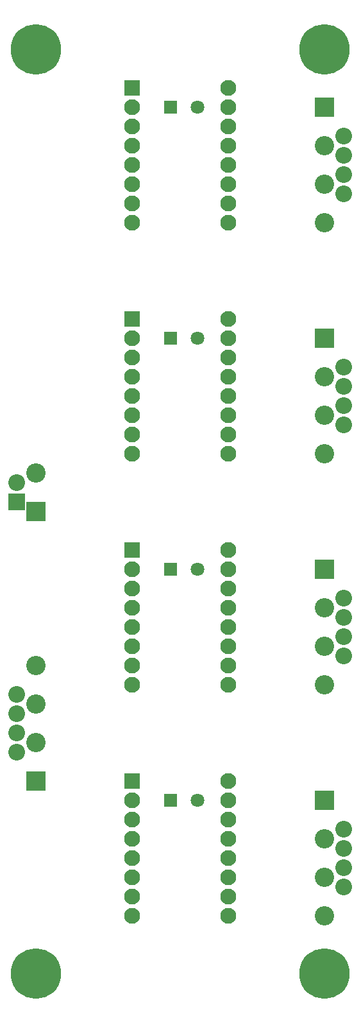
<source format=gbs>
G04 (created by PCBNEW (2013-jul-07)-stable) date wo 25 feb 2015 16:47:35 CET*
%MOIN*%
G04 Gerber Fmt 3.4, Leading zero omitted, Abs format*
%FSLAX34Y34*%
G01*
G70*
G90*
G04 APERTURE LIST*
%ADD10C,0.00393701*%
%ADD11R,0.082648X0.082648*%
%ADD12C,0.082648*%
%ADD13C,0.261848*%
%ADD14R,0.100348X0.100348*%
%ADD15C,0.100348*%
%ADD16C,0.086648*%
%ADD17R,0.102348X0.102348*%
%ADD18R,0.086648X0.086648*%
%ADD19R,0.070748X0.070748*%
%ADD20C,0.070748*%
G04 APERTURE END LIST*
G54D10*
G54D11*
X13000Y-24000D03*
G54D12*
X13000Y-25000D03*
X13000Y-26000D03*
X13000Y-27000D03*
X13000Y-28000D03*
X13000Y-29000D03*
X13000Y-30000D03*
X13000Y-31000D03*
X18000Y-31000D03*
X18000Y-30000D03*
X18000Y-29000D03*
X18000Y-28000D03*
X18000Y-27000D03*
X18000Y-26000D03*
X18000Y-25000D03*
X18000Y-24000D03*
G54D11*
X13000Y-36000D03*
G54D12*
X13000Y-37000D03*
X13000Y-38000D03*
X13000Y-39000D03*
X13000Y-40000D03*
X13000Y-41000D03*
X13000Y-42000D03*
X13000Y-43000D03*
X18000Y-43000D03*
X18000Y-42000D03*
X18000Y-41000D03*
X18000Y-40000D03*
X18000Y-39000D03*
X18000Y-38000D03*
X18000Y-37000D03*
X18000Y-36000D03*
G54D11*
X13000Y-48000D03*
G54D12*
X13000Y-49000D03*
X13000Y-50000D03*
X13000Y-51000D03*
X13000Y-52000D03*
X13000Y-53000D03*
X13000Y-54000D03*
X13000Y-55000D03*
X18000Y-55000D03*
X18000Y-54000D03*
X18000Y-53000D03*
X18000Y-52000D03*
X18000Y-51000D03*
X18000Y-50000D03*
X18000Y-49000D03*
X18000Y-48000D03*
G54D11*
X13000Y-12000D03*
G54D12*
X13000Y-13000D03*
X13000Y-14000D03*
X13000Y-15000D03*
X13000Y-16000D03*
X13000Y-17000D03*
X13000Y-18000D03*
X13000Y-19000D03*
X18000Y-19000D03*
X18000Y-18000D03*
X18000Y-17000D03*
X18000Y-16000D03*
X18000Y-15000D03*
X18000Y-14000D03*
X18000Y-13000D03*
X18000Y-12000D03*
G54D13*
X23000Y-58000D03*
X8000Y-58000D03*
X23000Y-10000D03*
X8000Y-10000D03*
G54D14*
X8000Y-48000D03*
G54D15*
X8000Y-46000D03*
X8000Y-44000D03*
X8000Y-42000D03*
G54D16*
X7000Y-46500D03*
X7000Y-45500D03*
X7000Y-44500D03*
X7000Y-43500D03*
G54D14*
X23000Y-49000D03*
G54D15*
X23000Y-51000D03*
X23000Y-53000D03*
X23000Y-55000D03*
G54D16*
X24000Y-50500D03*
X24000Y-51500D03*
X24000Y-52500D03*
X24000Y-53500D03*
G54D14*
X23000Y-37000D03*
G54D15*
X23000Y-39000D03*
X23000Y-41000D03*
X23000Y-43000D03*
G54D16*
X24000Y-38500D03*
X24000Y-39500D03*
X24000Y-40500D03*
X24000Y-41500D03*
G54D14*
X23000Y-25000D03*
G54D15*
X23000Y-27000D03*
X23000Y-29000D03*
X23000Y-31000D03*
G54D16*
X24000Y-26500D03*
X24000Y-27500D03*
X24000Y-28500D03*
X24000Y-29500D03*
G54D14*
X23000Y-13000D03*
G54D15*
X23000Y-15000D03*
X23000Y-17000D03*
X23000Y-19000D03*
G54D16*
X24000Y-14500D03*
X24000Y-15500D03*
X24000Y-16500D03*
X24000Y-17500D03*
G54D17*
X8000Y-34000D03*
G54D15*
X8000Y-32000D03*
G54D18*
X7000Y-33500D03*
G54D16*
X7000Y-32500D03*
G54D19*
X15000Y-13000D03*
G54D20*
X16378Y-13000D03*
G54D19*
X15000Y-25000D03*
G54D20*
X16378Y-25000D03*
G54D19*
X15000Y-37000D03*
G54D20*
X16378Y-37000D03*
G54D19*
X15000Y-49000D03*
G54D20*
X16378Y-49000D03*
M02*

</source>
